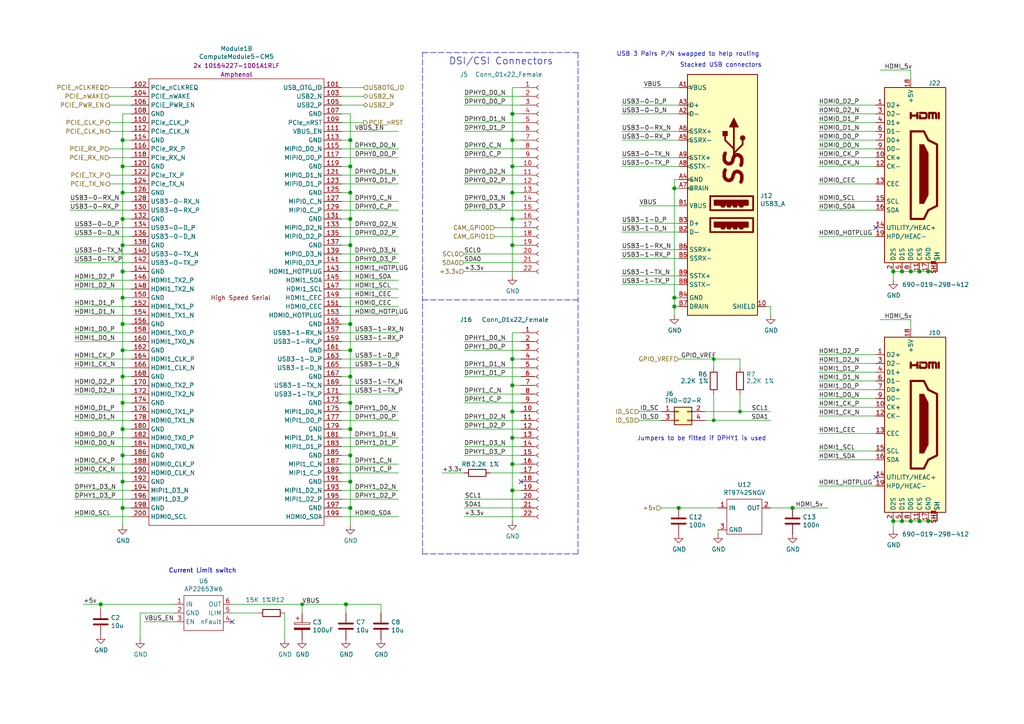
<source format=kicad_sch>
(kicad_sch (version 20231120) (generator "eeschema") (generator_version "8.0")
  (paper "A4")
  (title_block (title "Compute Module 5 IO Board - CM5 - Highspeed") (rev "1") (company "Copyright © 2024 Raspberry Pi Ltd.") (comment 1 "www.raspberrypi.com"))
  (lib_symbols
    (symbol "CM5IO:AP2553W6"
      (property "Reference" "U" (at 3.81 -6.35 0))
      (property "Value" "AP2553W6" (at -3.81 -6.35 0))
      (symbol "AP2553W6_0_0"
        (pin power_in line (at -8.89 2.54 0) (length 2.54) (name "IN") (number "1"))
        (pin power_out line (at -8.89 0 0) (length 2.54) (name "GND") (number "2"))
        (pin input line (at -8.89 -2.54 0) (length 2.54) (name "EN") (number "3"))
        (pin open_collector line (at 7.62 -2.54 180) (length 2.54) (name "nFault") (number "4"))
        (pin passive line (at 7.62 0 180) (length 2.54) (name "ILIM") (number "5"))
        (pin power_out line (at 7.62 2.54 180) (length 2.54) (name "OUT") (number "6"))
      )
    )
    (symbol "CM5IO:ComputeModule5-CM5"
      (property "Reference" "Module" (at 113.03 -68.58 0))
      (property "Value" "ComputeModule5-CM5" (at 140.97 2.54 0))
      (property "Field4" "Amphenol" (at 0 0 0))
      (property "Field5" "2x 10164227-1001A1RLF" (at 0 -2.54 0))
      (symbol "ComputeModule5-CM5_1_0"
        (text "GPIO" (at 0 6.35 0) (effects (font (size 1.27 1.27))))
      )
      (symbol "ComputeModule5-CM5_1_1"
        (text "600mA Max" (at -8.89 -53.34 0) (effects (font (size 1.27 1.27))))
        (text "600mA Max" (at -8.89 -48.26 0) (effects (font (size 1.27 1.27))))
        (text "NB SD signals are only available" (at -1.27 -27.94 0) (effects (font (size 1.27 1.27))))
        (text "on modules without eMMC" (at -1.27 -30.48 0) (effects (font (size 1.27 1.27))))
        (pin power_in line (at 27.94 55.88 180) (length 2.54) (name "GND") (number "1"))
        (pin passive line (at -33.02 45.72 0) (length 2.54) (name "Ethernet_Pair0_N") (number "10"))
        (pin passive line (at -33.02 -68.58 0) (length 2.54) (name "CAM_GPIO1") (number "100"))
        (pin passive line (at 27.94 43.18 180) (length 2.54) (name "Ethernet_Pair2_P") (number "11"))
        (pin passive line (at -33.02 43.18 0) (length 2.54) (name "Ethernet_Pair0_P") (number "12"))
        (pin power_in line (at 27.94 40.64 180) (length 2.54) (name "GND") (number "13"))
        (pin power_in line (at -33.02 40.64 0) (length 2.54) (name "GND") (number "14"))
        (pin output line (at 27.94 38.1 180) (length 2.54) (name "Ethernet_nLED3(3.3v)") (number "15"))
        (pin input line (at -33.02 38.1 0) (length 2.54) (name "FAN_TACHO") (number "16"))
        (pin output line (at 27.94 35.56 180) (length 2.54) (name "Ethernet_nLED2(3.3v)") (number "17"))
        (pin input line (at -33.02 35.56 0) (length 2.54) (name "Ethernet_SYNC_OUT(3.3v)") (number "18"))
        (pin output line (at 27.94 33.02 180) (length 2.54) (name "FAN_PWM") (number "19"))
        (pin power_in line (at -33.02 55.88 0) (length 2.54) (name "GND") (number "2"))
        (pin passive line (at -33.02 33.02 0) (length 2.54) (name "EEPROM_nWP") (number "20"))
        (pin open_collector line (at 27.94 30.48 180) (length 2.54) (name "LED_nACT") (number "21"))
        (pin power_in line (at -33.02 30.48 0) (length 2.54) (name "GND") (number "22"))
        (pin power_in line (at 27.94 27.94 180) (length 2.54) (name "GND") (number "23"))
        (pin passive line (at -33.02 27.94 0) (length 2.54) (name "GPIO26") (number "24"))
        (pin passive line (at 27.94 25.4 180) (length 2.54) (name "GPIO21") (number "25"))
        (pin passive line (at -33.02 25.4 0) (length 2.54) (name "GPIO19") (number "26"))
        (pin passive line (at 27.94 22.86 180) (length 2.54) (name "GPIO20") (number "27"))
        (pin passive line (at -33.02 22.86 0) (length 2.54) (name "GPIO13") (number "28"))
        (pin passive line (at 27.94 20.32 180) (length 2.54) (name "GPIO16") (number "29"))
        (pin passive line (at 27.94 53.34 180) (length 2.54) (name "Ethernet_Pair3_P") (number "3"))
        (pin passive line (at -33.02 20.32 0) (length 2.54) (name "GPIO6") (number "30"))
        (pin passive line (at 27.94 17.78 180) (length 2.54) (name "GPIO12") (number "31"))
        (pin power_in line (at -33.02 17.78 0) (length 2.54) (name "GND") (number "32"))
        (pin power_in line (at 27.94 15.24 180) (length 2.54) (name "GND") (number "33"))
        (pin passive line (at -33.02 15.24 0) (length 2.54) (name "GPIO5") (number "34"))
        (pin passive line (at 27.94 12.7 180) (length 2.54) (name "ID_SC") (number "35"))
        (pin passive line (at -33.02 12.7 0) (length 2.54) (name "ID_SD") (number "36"))
        (pin passive line (at 27.94 10.16 180) (length 2.54) (name "GPIO7") (number "37"))
        (pin passive line (at -33.02 10.16 0) (length 2.54) (name "GPIO11") (number "38"))
        (pin passive line (at 27.94 7.62 180) (length 2.54) (name "GPIO8") (number "39"))
        (pin passive line (at -33.02 53.34 0) (length 2.54) (name "Ethernet_Pair1_P") (number "4"))
        (pin passive line (at -33.02 7.62 0) (length 2.54) (name "GPIO9") (number "40"))
        (pin passive line (at 27.94 5.08 180) (length 2.54) (name "GPIO25") (number "41"))
        (pin power_in line (at -33.02 5.08 0) (length 2.54) (name "GND") (number "42"))
        (pin power_in line (at 27.94 2.54 180) (length 2.54) (name "GND") (number "43"))
        (pin passive line (at -33.02 2.54 0) (length 2.54) (name "GPIO10") (number "44"))
        (pin passive line (at 27.94 0 180) (length 2.54) (name "GPIO24") (number "45"))
        (pin passive line (at -33.02 0 0) (length 2.54) (name "GPIO22") (number "46"))
        (pin passive line (at 27.94 -2.54 180) (length 2.54) (name "GPIO23") (number "47"))
        (pin passive line (at -33.02 -2.54 0) (length 2.54) (name "GPIO27") (number "48"))
        (pin passive line (at 27.94 -5.08 180) (length 2.54) (name "GPIO18") (number "49"))
        (pin passive line (at 27.94 50.8 180) (length 2.54) (name "Ethernet_Pair3_N") (number "5"))
        (pin passive line (at -33.02 -5.08 0) (length 2.54) (name "GPIO17") (number "50"))
        (pin passive line (at 27.94 -7.62 180) (length 2.54) (name "GPIO15") (number "51"))
        (pin power_in line (at -33.02 -7.62 0) (length 2.54) (name "GND") (number "52"))
        (pin power_in line (at 27.94 -10.16 180) (length 2.54) (name "GND") (number "53"))
        (pin passive line (at -33.02 -10.16 0) (length 2.54) (name "GPIO4") (number "54"))
        (pin passive line (at 27.94 -12.7 180) (length 2.54) (name "GPIO14") (number "55"))
        (pin passive line (at -33.02 -12.7 0) (length 2.54) (name "GPIO3") (number "56"))
        (pin passive line (at 27.94 -15.24 180) (length 2.54) (name "SD_CLK") (number "57"))
        (pin passive line (at -33.02 -15.24 0) (length 2.54) (name "GPIO2") (number "58"))
        (pin power_in line (at 27.94 -17.78 180) (length 2.54) (name "GND") (number "59"))
        (pin passive line (at -33.02 50.8 0) (length 2.54) (name "Ethernet_Pair1_N") (number "6"))
        (pin power_in line (at -33.02 -17.78 0) (length 2.54) (name "GND") (number "60"))
        (pin passive line (at 27.94 -20.32 180) (length 2.54) (name "SD_DAT3") (number "61"))
        (pin passive line (at -33.02 -20.32 0) (length 2.54) (name "SD_CMD") (number "62"))
        (pin passive line (at 27.94 -22.86 180) (length 2.54) (name "SD_DAT0") (number "63"))
        (pin passive line (at -33.02 -22.86 0) (length 2.54) (name "SD_DAT5") (number "64"))
        (pin power_in line (at 27.94 -25.4 180) (length 2.54) (name "GND") (number "65"))
        (pin power_in line (at -33.02 -25.4 0) (length 2.54) (name "GND") (number "66"))
        (pin passive line (at 27.94 -27.94 180) (length 2.54) (name "SD_DAT1") (number "67"))
        (pin passive line (at -33.02 -27.94 0) (length 2.54) (name "SD_DAT4") (number "68"))
        (pin passive line (at 27.94 -30.48 180) (length 2.54) (name "SD_DAT2") (number "69"))
        (pin power_in line (at 27.94 48.26 180) (length 2.54) (name "GND") (number "7"))
        (pin passive line (at -33.02 -30.48 0) (length 2.54) (name "SD_DAT7") (number "70"))
        (pin power_in line (at 27.94 -33.02 180) (length 2.54) (name "GND") (number "71"))
        (pin passive line (at -33.02 -33.02 0) (length 2.54) (name "SD_DAT6") (number "72"))
        (pin input line (at 27.94 -35.56 180) (length 2.54) (name "SD_VDD_Override") (number "73"))
        (pin power_in line (at -33.02 -35.56 0) (length 2.54) (name "GND") (number "74"))
        (pin output line (at 27.94 -38.1 180) (length 2.54) (name "SD_PWR_ON") (number "75"))
        (pin passive line (at -33.02 -38.1 0) (length 2.54) (name "VBAT") (number "76"))
        (pin power_in line (at 27.94 -40.64 180) (length 2.54) (name "+5v_(Input)") (number "77"))
        (pin power_in line (at -33.02 -40.64 0) (length 2.54) (name "GPIO_VREF(1.8v/3.3v_Input)") (number "78"))
        (pin power_in line (at 27.94 -43.18 180) (length 2.54) (name "+5v_(Input)") (number "79"))
        (pin power_in line (at -33.02 48.26 0) (length 2.54) (name "GND") (number "8"))
        (pin passive line (at -33.02 -43.18 0) (length 2.54) (name "SCL0") (number "80"))
        (pin power_in line (at 27.94 -45.72 180) (length 2.54) (name "+5v_(Input)") (number "81"))
        (pin passive line (at -33.02 -45.72 0) (length 2.54) (name "SDA0") (number "82"))
        (pin power_in line (at 27.94 -48.26 180) (length 2.54) (name "+5v_(Input)") (number "83"))
        (pin power_out line (at -33.02 -48.26 0) (length 2.54) (name "+3.3v_(Output)") (number "84"))
        (pin power_in line (at 27.94 -50.8 180) (length 2.54) (name "+5v_(Input)") (number "85"))
        (pin passive line (at -33.02 -50.8 0) (length 2.54) (name "+3.3v_(Output)") (number "86"))
        (pin power_in line (at 27.94 -53.34 180) (length 2.54) (name "+5v_(Input)") (number "87"))
        (pin power_out line (at -33.02 -53.34 0) (length 2.54) (name "+1.8v_(Output)") (number "88"))
        (pin input line (at 27.94 -55.88 180) (length 2.54) (name "WiFi_nDisable") (number "89"))
        (pin passive line (at 27.94 45.72 180) (length 2.54) (name "Ethernet_Pair2_N") (number "9"))
        (pin passive line (at -33.02 -55.88 0) (length 2.54) (name "+1.8v_(Output)") (number "90"))
        (pin input line (at 27.94 -58.42 180) (length 2.54) (name "BT_nDisable") (number "91"))
        (pin passive line (at -33.02 -58.42 0) (length 2.54) (name "PWR_BUT") (number "92"))
        (pin input line (at 27.94 -60.96 180) (length 2.54) (name "nRPIBOOT") (number "93"))
        (pin passive line (at -33.02 -60.96 0) (length 2.54) (name "CC1") (number "94"))
        (pin output line (at 27.94 -63.5 180) (length 2.54) (name "LED_nPWR") (number "95"))
        (pin passive line (at -33.02 -63.5 0) (length 2.54) (name "CC2") (number "96"))
        (pin passive line (at 27.94 -66.04 180) (length 2.54) (name "CAM_GPIO0") (number "97"))
        (pin power_in line (at -33.02 -66.04 0) (length 2.54) (name "GND") (number "98"))
        (pin input line (at 27.94 -68.58 180) (length 2.54) (name "PMIC_ENABLE") (number "99"))
      )
      (symbol "ComputeModule5-CM5_2_1"
        (text "High Speed Serial" (at 140.97 0 0) (effects (font (size 1.27 1.27))))
        (pin input line (at 170.18 60.96 180) (length 5.08) (name "USB_OTG_ID") (number "101"))
        (pin input line (at 109.22 60.96 0) (length 5.08) (name "PCIe_nCLKREQ") (number "102"))
        (pin passive line (at 170.18 58.42 180) (length 5.08) (name "USB2_N") (number "103"))
        (pin input line (at 109.22 58.42 0) (length 5.08) (name "PCIE_nWAKE") (number "104"))
        (pin passive line (at 170.18 55.88 180) (length 5.08) (name "USB2_P") (number "105"))
        (pin output line (at 109.22 55.88 0) (length 5.08) (name "PCIE_PWR_EN") (number "106"))
        (pin power_in line (at 170.18 53.34 180) (length 5.08) (name "GND") (number "107"))
        (pin power_in line (at 109.22 53.34 0) (length 5.08) (name "GND") (number "108"))
        (pin output line (at 170.18 50.8 180) (length 5.08) (name "PCIe_nRST") (number "109"))
        (pin output line (at 109.22 50.8 0) (length 5.08) (name "PCIe_CLK_P") (number "110"))
        (pin output line (at 170.18 48.26 180) (length 5.08) (name "VBUS_EN") (number "111"))
        (pin output line (at 109.22 48.26 0) (length 5.08) (name "PCIe_CLK_N") (number "112"))
        (pin power_in line (at 170.18 45.72 180) (length 5.08) (name "GND") (number "113"))
        (pin power_in line (at 109.22 45.72 0) (length 5.08) (name "GND") (number "114"))
        (pin input line (at 170.18 43.18 180) (length 5.08) (name "MIPI0_D0_N") (number "115"))
        (pin input line (at 109.22 43.18 0) (length 5.08) (name "PCIe_RX_P") (number "116"))
        (pin input line (at 170.18 40.64 180) (length 5.08) (name "MIPI0_D0_P") (number "117"))
        (pin input line (at 109.22 40.64 0) (length 5.08) (name "PCIe_RX_N") (number "118"))
        (pin power_in line (at 170.18 38.1 180) (length 5.08) (name "GND") (number "119"))
        (pin power_in line (at 109.22 38.1 0) (length 5.08) (name "GND") (number "120"))
        (pin input line (at 170.18 35.56 180) (length 5.08) (name "MIPI0_D1_N") (number "121"))
        (pin output line (at 109.22 35.56 0) (length 5.08) (name "PCIe_TX_P") (number "122"))
        (pin input line (at 170.18 33.02 180) (length 5.08) (name "MIPI0_D1_P") (number "123"))
        (pin output line (at 109.22 33.02 0) (length 5.08) (name "PCIe_TX_N") (number "124"))
        (pin power_in line (at 170.18 30.48 180) (length 5.08) (name "GND") (number "125"))
        (pin power_in line (at 109.22 30.48 0) (length 5.08) (name "GND") (number "126"))
        (pin input line (at 170.18 27.94 180) (length 5.08) (name "MIPI0_C_N") (number "127"))
        (pin input line (at 109.22 27.94 0) (length 5.08) (name "USB3-0-RX_N") (number "128"))
        (pin input line (at 170.18 25.4 180) (length 5.08) (name "MIPI0_C_P") (number "129"))
        (pin input line (at 109.22 25.4 0) (length 5.08) (name "USB3-0-RX_P") (number "130"))
        (pin power_in line (at 170.18 22.86 180) (length 5.08) (name "GND") (number "131"))
        (pin power_in line (at 109.22 22.86 0) (length 5.08) (name "GND") (number "132"))
        (pin input line (at 170.18 20.32 180) (length 5.08) (name "MIPI0_D2_N") (number "133"))
        (pin passive line (at 109.22 20.32 0) (length 5.08) (name "USB3-0-D_P") (number "134"))
        (pin input line (at 170.18 17.78 180) (length 5.08) (name "MIPI0_D2_P") (number "135"))
        (pin passive line (at 109.22 17.78 0) (length 5.08) (name "USB3-0-D_N") (number "136"))
        (pin power_in line (at 170.18 15.24 180) (length 5.08) (name "GND") (number "137"))
        (pin power_in line (at 109.22 15.24 0) (length 5.08) (name "GND") (number "138"))
        (pin input line (at 170.18 12.7 180) (length 5.08) (name "MIPI0_D3_N") (number "139"))
        (pin output line (at 109.22 12.7 0) (length 5.08) (name "USB3-0-TX_N") (number "140"))
        (pin input line (at 170.18 10.16 180) (length 5.08) (name "MIPI0_D3_P") (number "141"))
        (pin output line (at 109.22 10.16 0) (length 5.08) (name "USB3-0-TX_P") (number "142"))
        (pin input line (at 170.18 7.62 180) (length 5.08) (name "HDMI1_HOTPLUG") (number "143"))
        (pin power_in line (at 109.22 7.62 0) (length 5.08) (name "GND") (number "144"))
        (pin bidirectional line (at 170.18 5.08 180) (length 5.08) (name "HDMI1_SDA") (number "145"))
        (pin output line (at 109.22 5.08 0) (length 5.08) (name "HDMI1_TX2_P") (number "146"))
        (pin open_collector line (at 170.18 2.54 180) (length 5.08) (name "HDMI1_SCL") (number "147"))
        (pin output line (at 109.22 2.54 0) (length 5.08) (name "HDMI1_TX2_N") (number "148"))
        (pin open_collector line (at 170.18 0 180) (length 5.08) (name "HDMI1_CEC") (number "149"))
        (pin power_in line (at 109.22 0 0) (length 5.08) (name "GND") (number "150"))
        (pin open_collector line (at 170.18 -2.54 180) (length 5.08) (name "HDMI0_CEC") (number "151"))
        (pin output line (at 109.22 -2.54 0) (length 5.08) (name "HDMI1_TX1_P") (number "152"))
        (pin input line (at 170.18 -5.08 180) (length 5.08) (name "HDMI0_HOTPLUG") (number "153"))
        (pin output line (at 109.22 -5.08 0) (length 5.08) (name "HDMI1_TX1_N") (number "154"))
        (pin power_in line (at 170.18 -7.62 180) (length 5.08) (name "GND") (number "155"))
        (pin power_in line (at 109.22 -7.62 0) (length 5.08) (name "GND") (number "156"))
        (pin input line (at 170.18 -10.16 180) (length 5.08) (name "USB3-1-RX_N") (number "157"))
        (pin output line (at 109.22 -10.16 0) (length 5.08) (name "HDMI1_TX0_P") (number "158"))
        (pin input line (at 170.18 -12.7 180) (length 5.08) (name "USB3-1-RX_P") (number "159"))
        (pin output line (at 109.22 -12.7 0) (length 5.08) (name "HDMI1_TX0_N") (number "160"))
        (pin power_in line (at 170.18 -15.24 180) (length 5.08) (name "GND") (number "161"))
        (pin power_in line (at 109.22 -15.24 0) (length 5.08) (name "GND") (number "162"))
        (pin passive line (at 170.18 -17.78 180) (length 5.08) (name "USB3-1-D_P") (number "163"))
        (pin output line (at 109.22 -17.78 0) (length 5.08) (name "HDMI1_CLK_P") (number "164"))
        (pin passive line (at 170.18 -20.32 180) (length 5.08) (name "USB3-1-D_N") (number "165"))
        (pin output line (at 109.22 -20.32 0) (length 5.08) (name "HDMI1_CLK_N") (number "166"))
        (pin power_in line (at 170.18 -22.86 180) (length 5.08) (name "GND") (number "167"))
        (pin power_in line (at 109.22 -22.86 0) (length 5.08) (name "GND") (number "168"))
        (pin output line (at 170.18 -25.4 180) (length 5.08) (name "USB3-1-TX_N") (number "169"))
        (pin output line (at 109.22 -25.4 0) (length 5.08) (name "HDMI0_TX2_P") (number "170"))
        (pin output line (at 170.18 -27.94 180) (length 5.08) (name "USB3-1-TX_P") (number "171"))
        (pin output line (at 109.22 -27.94 0) (length 5.08) (name "HDMI0_TX2_N") (number "172"))
        (pin power_in line (at 170.18 -30.48 180) (length 5.08) (name "GND") (number "173"))
        (pin power_in line (at 109.22 -30.48 0) (length 5.08) (name "GND") (number "174"))
        (pin output line (at 170.18 -33.02 180) (length 5.08) (name "MIPI1_D0_N") (number "175"))
        (pin output line (at 109.22 -33.02 0) (length 5.08) (name "HDMI0_TX1_P") (number "176"))
        (pin output line (at 170.18 -35.56 180) (length 5.08) (name "MIPI1_D0_P") (number "177"))
        (pin output line (at 109.22 -35.56 0) (length 5.08) (name "HDMI0_TX1_N") (number "178"))
        (pin power_in line (at 170.18 -38.1 180) (length 5.08) (name "GND") (number "179"))
        (pin power_in line (at 109.22 -38.1 0) (length 5.08) (name "GND") (number "180"))
        (pin output line (at 170.18 -40.64 180) (length 5.08) (name "MIPI1_D1_N") (number "181"))
        (pin output line (at 109.22 -40.64 0) (length 5.08) (name "HDMI0_TX0_P") (number "182"))
        (pin output line (at 170.18 -43.18 180) (length 5.08) (name "MIPI1_D1_P") (number "183"))
        (pin output line (at 109.22 -43.18 0) (length 5.08) (name "HDMI0_TX0_N") (number "184"))
        (pin power_in line (at 170.18 -45.72 180) (length 5.08) (name "GND") (number "185"))
        (pin power_in line (at 109.22 -45.72 0) (length 5.08) (name "GND") (number "186"))
        (pin output line (at 170.18 -48.26 180) (length 5.08) (name "MIPI1_C_N") (number "187"))
        (pin output line (at 109.22 -48.26 0) (length 5.08) (name "HDMI0_CLK_P") (number "188"))
        (pin output line (at 170.18 -50.8 180) (length 5.08) (name "MIPI1_C_P") (number "189"))
        (pin output line (at 109.22 -50.8 0) (length 5.08) (name "HDMI0_CLK_N") (number "190"))
        (pin power_in line (at 170.18 -53.34 180) (length 5.08) (name "GND") (number "191"))
        (pin power_in line (at 109.22 -53.34 0) (length 5.08) (name "GND") (number "192"))
        (pin output line (at 170.18 -55.88 180) (length 5.08) (name "MIPI1_D2_N") (number "193"))
        (pin output line (at 109.22 -55.88 0) (length 5.08) (name "MIPI1_D3_N") (number "194"))
        (pin output line (at 170.18 -58.42 180) (length 5.08) (name "MIPI1_D2_P") (number "195"))
        (pin output line (at 109.22 -58.42 0) (length 5.08) (name "MIPI1_D3_P") (number "196"))
        (pin power_in line (at 170.18 -60.96 180) (length 5.08) (name "GND") (number "197"))
        (pin power_in line (at 109.22 -60.96 0) (length 5.08) (name "GND") (number "198"))
        (pin bidirectional line (at 170.18 -63.5 180) (length 5.08) (name "HDMI0_SDA") (number "199"))
        (pin open_collector line (at 109.22 -63.5 0) (length 5.08) (name "HDMI0_SCL") (number "200"))
      )
    )
    (symbol "CM5IO:HDMI_A_1.4"
      (property "Reference" "J" (at -6.35 26.67 0))
      (property "Value" "HDMI_A_1.4" (at 10.16 26.67 0))
      (symbol "HDMI_A_1.4_0_0"
        (pin passive line (at 7.62 -27.94 90) (length 2.54) (name "SH") (number "SH2"))
        (pin passive line (at 7.62 -27.94 90) (length 2.54) (name "SH") (number "SH3"))
        (pin passive line (at 7.62 -27.94 90) (length 2.54) (name "SH") (number "SH4"))
      )
      (symbol "HDMI_A_1.4_1_1"
        (pin passive line (at -10.16 20.32 0) (length 2.54) (name "D2+") (number "1"))
        (pin passive line (at -10.16 5.08 0) (length 2.54) (name "CK+") (number "10"))
        (pin power_in line (at 2.54 -27.94 90) (length 2.54) (name "CKS") (number "11"))
        (pin passive line (at -10.16 2.54 0) (length 2.54) (name "CK-") (number "12"))
        (pin bidirectional line (at -10.16 -2.54 0) (length 2.54) (name "CEC") (number "13"))
        (pin passive line (at -10.16 -15.24 0) (length 2.54) (name "UTILITY/HEAC+") (number "14"))
        (pin passive line (at -10.16 -7.62 0) (length 2.54) (name "SCL") (number "15"))
        (pin bidirectional line (at -10.16 -10.16 0) (length 2.54) (name "SDA") (number "16"))
        (pin power_in line (at 5.08 -27.94 90) (length 2.54) (name "GND") (number "17"))
        (pin power_in line (at 0 27.94 270) (length 2.54) (name "+5V") (number "18"))
        (pin passive line (at -10.16 -17.78 0) (length 2.54) (name "HPD/HEAC-") (number "19"))
        (pin power_in line (at -5.08 -27.94 90) (length 2.54) (name "D2S") (number "2"))
        (pin passive line (at -10.16 17.78 0) (length 2.54) (name "D2-") (number "3"))
        (pin passive line (at -10.16 15.24 0) (length 2.54) (name "D1+") (number "4"))
        (pin power_in line (at -2.54 -27.94 90) (length 2.54) (name "D1S") (number "5"))
        (pin passive line (at -10.16 12.7 0) (length 2.54) (name "D1-") (number "6"))
        (pin passive line (at -10.16 10.16 0) (length 2.54) (name "D0+") (number "7"))
        (pin power_in line (at 0 -27.94 90) (length 2.54) (name "D0S") (number "8"))
        (pin passive line (at -10.16 7.62 0) (length 2.54) (name "D0-") (number "9"))
        (pin passive line (at 7.62 -27.94 90) (length 2.54) (name "SH") (number "SH1"))
      )
    )
    (symbol "CM5IO:RT9742SNGV"
      (property "Reference" "U" (at -2.54 7.62 0))
      (property "Value" "RT9742SNGV" (at 3.81 -5.08 0))
      (symbol "RT9742SNGV_1_1"
        (pin power_in line (at -5.08 3.81 0) (length 2.54) (name "IN") (number "1"))
        (pin power_out line (at 10.16 3.81 180) (length 2.54) (name "OUT") (number "2"))
        (pin power_in line (at -5.08 -2.54 0) (length 2.54) (name "GND") (number "3"))
      )
    )
    (symbol "CM5IO:USB3_A"
      (property "Reference" "J" (at -10.16 33.02 0))
      (property "Value" "USB3_A" (at 10.16 33.02 0))
      (symbol "USB3_A_1_1"
        (text "SS" (at 4.572 3.175 900) (effects (font (size 5.08 5.08) (bold yes) (italic yes))))
        (pin passive line (at 13.97 -36.83 180) (length 2.54) (name "SHIELD") (number "10"))
        (pin power_in line (at -11.43 26.67 0) (length 2.54) (name "VBUS") (number "A1"))
        (pin bidirectional line (at -11.43 19.05 0) (length 2.54) (name "D-") (number "A2"))
        (pin bidirectional line (at -11.43 21.59 0) (length 2.54) (name "D+") (number "A3"))
        (pin power_in line (at -11.43 0 0) (length 2.54) (name "GND") (number "A4"))
        (pin bidirectional line (at -11.43 11.43 0) (length 2.54) (name "SSRX-") (number "A5"))
        (pin bidirectional line (at -11.43 13.97 0) (length 2.54) (name "SSRX+") (number "A6"))
        (pin power_in line (at -11.43 -2.54 0) (length 2.54) (name "DRAIN") (number "A7"))
        (pin bidirectional line (at -11.43 3.81 0) (length 2.54) (name "SSTX-") (number "A8"))
        (pin bidirectional line (at -11.43 6.35 0) (length 2.54) (name "SSTX+") (number "A9"))
        (pin power_in line (at -11.43 -7.62 0) (length 2.54) (name "VBUS") (number "B1"))
        (pin bidirectional line (at -11.43 -15.24 0) (length 2.54) (name "D-") (number "B2"))
        (pin bidirectional line (at -11.43 -12.7 0) (length 2.54) (name "D+") (number "B3"))
        (pin power_in line (at -11.43 -34.29 0) (length 2.54) (name "GND") (number "B4"))
        (pin bidirectional line (at -11.43 -22.86 0) (length 2.54) (name "SSRX-") (number "B5"))
        (pin bidirectional line (at -11.43 -20.32 0) (length 2.54) (name "SSRX+") (number "B6"))
        (pin power_in line (at -11.43 -36.83 0) (length 2.54) (name "DRAIN") (number "B7"))
        (pin bidirectional line (at -11.43 -30.48 0) (length 2.54) (name "SSTX-") (number "B8"))
        (pin bidirectional line (at -11.43 -27.94 0) (length 2.54) (name "SSTX+") (number "B9"))
      )
    )
    (symbol "Connector:Conn_01x22_Socket" (pin_names (offset 1.016) hide)
      (property "Reference" "J" (at 0 27.94 0))
      (property "Value" "Conn_01x22_Socket" (at 0 -30.48 0))
      (symbol "Conn_01x22_Socket_1_1"
        (pin passive line (at -5.08 25.4 0) (length 3.81) (name "Pin_1") (number "1"))
        (pin passive line (at -5.08 2.54 0) (length 3.81) (name "Pin_10") (number "10"))
        (pin passive line (at -5.08 0 0) (length 3.81) (name "Pin_11") (number "11"))
        (pin passive line (at -5.08 -2.54 0) (length 3.81) (name "Pin_12") (number "12"))
        (pin passive line (at -5.08 -5.08 0) (length 3.81) (name "Pin_13") (number "13"))
        (pin passive line (at -5.08 -7.62 0) (length 3.81) (name "Pin_14") (number "14"))
        (pin passive line (at -5.08 -10.16 0) (length 3.81) (name "Pin_15") (number "15"))
        (pin passive line (at -5.08 -12.7 0) (length 3.81) (name "Pin_16") (number "16"))
        (pin passive line (at -5.08 -15.24 0) (length 3.81) (name "Pin_17") (number "17"))
        (pin passive line (at -5.08 -17.78 0) (length 3.81) (name "Pin_18") (number "18"))
        (pin passive line (at -5.08 -20.32 0) (length 3.81) (name "Pin_19") (number "19"))
        (pin passive line (at -5.08 22.86 0) (length 3.81) (name "Pin_2") (number "2"))
        (pin passive line (at -5.08 -22.86 0) (length 3.81) (name "Pin_20") (number "20"))
        (pin passive line (at -5.08 -25.4 0) (length 3.81) (name "Pin_21") (number "21"))
        (pin passive line (at -5.08 -27.94 0) (length 3.81) (name "Pin_22") (number "22"))
        (pin passive line (at -5.08 20.32 0) (length 3.81) (name "Pin_3") (number "3"))
        (pin passive line (at -5.08 17.78 0) (length 3.81) (name "Pin_4") (number "4"))
        (pin passive line (at -5.08 15.24 0) (length 3.81) (name "Pin_5") (number "5"))
        (pin passive line (at -5.08 12.7 0) (length 3.81) (name "Pin_6") (number "6"))
        (pin passive line (at -5.08 10.16 0) (length 3.81) (name "Pin_7") (number "7"))
        (pin passive line (at -5.08 7.62 0) (length 3.81) (name "Pin_8") (number "8"))
        (pin passive line (at -5.08 5.08 0) (length 3.81) (name "Pin_9") (number "9"))
      )
    )
    (symbol "Connector_Generic:Conn_02x02_Odd_Even" (pin_names (offset 1.016) hide)
      (property "Reference" "J" (at 1.27 2.54 0))
      (property "Value" "Conn_02x02_Odd_Even" (at 1.27 -5.08 0))
      (symbol "Conn_02x02_Odd_Even_1_1"
        (pin passive line (at -5.08 0 0) (length 3.81) (name "Pin_1") (number "1"))
        (pin passive line (at 7.62 0 180) (length 3.81) (name "Pin_2") (number "2"))
        (pin passive line (at -5.08 -2.54 0) (length 3.81) (name "Pin_3") (number "3"))
        (pin passive line (at 7.62 -2.54 180) (length 3.81) (name "Pin_4") (number "4"))
      )
    )
    (symbol "Device:C" (pin_numbers hide) (pin_names (offset 0.254))
      (property "Reference" "C" (at 0.635 2.54 0))
      (property "Value" "C" (at 0.635 -2.54 0))
      (symbol "C_1_1"
        (pin passive line (at 0 3.81 270) (length 2.794) (name "~") (number "1"))
        (pin passive line (at 0 -3.81 90) (length 2.794) (name "~") (number "2"))
      )
    )
    (symbol "Device:C_Polarized" (pin_numbers hide) (pin_names (offset 0.254))
      (property "Reference" "C" (at 0.635 2.54 0))
      (property "Value" "C_Polarized" (at 0.635 -2.54 0))
      (symbol "C_Polarized_1_1"
        (pin passive line (at 0 3.81 270) (length 2.794) (name "~") (number "1"))
        (pin passive line (at 0 -3.81 90) (length 2.794) (name "~") (number "2"))
      )
    )
    (symbol "Device:R" (pin_numbers hide) (pin_names (offset 0))
      (property "Reference" "R" (at 2.032 0 90))
      (property "Value" "R" (at 0 0 90))
      (symbol "R_1_1"
        (pin passive line (at 0 3.81 270) (length 1.27) (name "~") (number "1"))
        (pin passive line (at 0 -3.81 90) (length 1.27) (name "~") (number "2"))
      )
    )
    (symbol "power:GND" (power) (pin_numbers hide) (pin_names (offset 0) hide)
      (property "Value" "GND" (at 0 -3.81 0))
      (symbol "GND_1_1"
        (pin power_in line (at 0 0 270) (length 0) (name "~") (number "1"))
      )
    )
  )
  (junction (at 148.59 33.02) (diameter 1.016))
  (junction (at 207.01 104.14))
  (junction (at 35.56 147.32) (diameter 1.016))
  (junction (at 35.56 132.08) (diameter 1.016))
  (junction (at 148.59 119.38) (diameter 1.016))
  (junction (at 101.6 132.08) (diameter 1.016))
  (junction (at 35.56 71.12) (diameter 1.016))
  (junction (at 101.6 55.88) (diameter 1.016))
  (junction (at 100.33 175.26) (diameter 1.016))
  (junction (at 195.58 54.61) (diameter 1.016))
  (junction (at 266.7 78.74) (diameter 1.016))
  (junction (at 148.59 142.24) (diameter 1.016))
  (junction (at 148.59 134.62) (diameter 1.016))
  (junction (at 101.6 147.32) (diameter 1.016))
  (junction (at 35.56 40.64) (diameter 1.016))
  (junction (at 148.59 104.14) (diameter 1.016))
  (junction (at 101.6 40.64) (diameter 1.016))
  (junction (at 148.59 55.88) (diameter 1.016))
  (junction (at 35.56 55.88) (diameter 1.016))
  (junction (at 101.6 101.6) (diameter 1.016))
  (junction (at 196.85 147.32) (diameter 1.016))
  (junction (at 101.6 124.46) (diameter 1.016))
  (junction (at 269.24 78.74) (diameter 1.016))
  (junction (at 148.59 48.26) (diameter 1.016))
  (junction (at 214.63 119.38))
  (junction (at 35.56 78.74) (diameter 1.016))
  (junction (at 101.6 116.84) (diameter 1.016))
  (junction (at 148.59 127) (diameter 1.016))
  (junction (at 35.56 48.26) (diameter 1.016))
  (junction (at 266.7 151.13) (diameter 1.016))
  (junction (at 101.6 63.5) (diameter 1.016))
  (junction (at 259.08 78.74) (diameter 1.016))
  (junction (at 29.21 175.26) (diameter 1.016))
  (junction (at 207.01 121.92))
  (junction (at 261.62 151.13) (diameter 1.016))
  (junction (at 101.6 48.26) (diameter 1.016))
  (junction (at 35.56 139.7) (diameter 1.016))
  (junction (at 101.6 139.7) (diameter 1.016))
  (junction (at 148.59 63.5) (diameter 1.016))
  (junction (at 101.6 93.98) (diameter 1.016))
  (junction (at 35.56 101.6) (diameter 1.016))
  (junction (at 261.62 78.74) (diameter 1.016))
  (junction (at 259.08 151.13) (diameter 1.016))
  (junction (at 195.58 86.36) (diameter 1.016))
  (junction (at 35.56 116.84) (diameter 1.016))
  (junction (at 35.56 86.36) (diameter 1.016))
  (junction (at 264.16 151.13) (diameter 1.016))
  (junction (at 101.6 71.12) (diameter 1.016))
  (junction (at 101.6 109.22) (diameter 1.016))
  (junction (at 35.56 63.5) (diameter 1.016))
  (junction (at 229.87 147.32) (diameter 1.016))
  (junction (at 264.16 78.74) (diameter 1.016))
  (junction (at 148.59 111.76) (diameter 1.016))
  (junction (at 87.63 175.26))
  (junction (at 35.56 93.98) (diameter 1.016))
  (junction (at 269.24 151.13) (diameter 1.016))
  (junction (at 148.59 40.64) (diameter 1.016))
  (junction (at 195.58 88.9) (diameter 1.016))
  (junction (at 148.59 71.12) (diameter 1.016))
  (junction (at 35.56 124.46) (diameter 1.016))
  (junction (at 35.56 109.22) (diameter 1.016))
  (no_connect (at 67.31 180.34))
  (no_connect (at 254 66.04))
  (no_connect (at 151.13 139.7))
  (no_connect (at 254 138.43))
  (wire (pts (xy 134.62 109.22) (xy 151.13 109.22)))
  (wire (pts (xy 180.34 67.31) (xy 196.85 67.31)))
  (wire (pts (xy 99.06 144.78) (xy 115.57 144.78)))
  (wire (pts (xy 237.49 107.95) (xy 254 107.95)))
  (wire (pts (xy 21.59 111.76) (xy 38.1 111.76)))
  (wire (pts (xy 21.59 142.24) (xy 38.1 142.24)))
  (wire (pts (xy 261.62 78.74) (xy 264.16 78.74)))
  (wire (pts (xy 24.13 175.26) (xy 29.21 175.26)))
  (wire (pts (xy 148.59 40.64) (xy 148.59 48.26)))
  (wire (pts (xy 99.06 38.1) (xy 115.57 38.1)))
  (wire (pts (xy 35.56 63.5) (xy 35.56 71.12)))
  (wire (pts (xy 35.56 139.7) (xy 35.56 147.32)))
  (wire (pts (xy 196.85 52.07) (xy 195.58 52.07)))
  (wire (pts (xy 67.31 177.8) (xy 74.93 177.8)))
  (wire (pts (xy 35.56 33.02) (xy 35.56 40.64)))
  (wire (pts (xy 35.56 86.36) (xy 35.56 93.98)))
  (wire (pts (xy 237.49 68.58) (xy 254 68.58)))
  (wire (pts (xy 21.59 119.38) (xy 38.1 119.38)))
  (wire (pts (xy 35.56 71.12) (xy 35.56 78.74)))
  (wire (pts (xy 35.56 101.6) (xy 35.56 109.22)))
  (wire (pts (xy 101.6 48.26) (xy 101.6 40.64)))
  (wire (pts (xy 134.62 132.08) (xy 151.13 132.08)))
  (wire (pts (xy 99.06 30.48) (xy 105.41 30.48)))
  (wire (pts (xy 35.56 86.36) (xy 38.1 86.36)))
  (wire (pts (xy 148.59 104.14) (xy 148.59 111.76)))
  (wire (pts (xy 148.59 63.5) (xy 151.13 63.5)))
  (wire (pts (xy 148.59 33.02) (xy 148.59 40.64)))
  (wire (pts (xy 35.56 109.22) (xy 35.56 116.84)))
  (wire (pts (xy 35.56 48.26) (xy 35.56 55.88)))
  (wire (pts (xy 35.56 132.08) (xy 38.1 132.08)))
  (wire (pts (xy 101.6 71.12) (xy 101.6 63.5)))
  (wire (pts (xy 196.85 147.32) (xy 208.28 147.32)))
  (wire (pts (xy 237.49 53.34) (xy 254 53.34)))
  (wire (pts (xy 99.06 119.38) (xy 115.57 119.38)))
  (wire (pts (xy 266.7 78.74) (xy 269.24 78.74)))
  (polyline (pts (xy 167.64 15.24) (xy 167.64 160.655)) (stroke (width 0) (type dash)))
  (wire (pts (xy 31.75 38.1) (xy 38.1 38.1)))
  (wire (pts (xy 35.56 109.22) (xy 38.1 109.22)))
  (wire (pts (xy 38.1 147.32) (xy 35.56 147.32)))
  (wire (pts (xy 148.59 55.88) (xy 148.59 63.5)))
  (wire (pts (xy 207.01 104.14) (xy 214.63 104.14)))
  (wire (pts (xy 99.06 101.6) (xy 101.6 101.6)))
  (wire (pts (xy 223.52 147.32) (xy 229.87 147.32)))
  (wire (pts (xy 148.59 48.26) (xy 151.13 48.26)))
  (wire (pts (xy 35.56 55.88) (xy 35.56 63.5)))
  (wire (pts (xy 196.85 104.14) (xy 207.01 104.14)))
  (wire (pts (xy 21.59 114.3) (xy 38.1 114.3)))
  (wire (pts (xy 237.49 60.96) (xy 254 60.96)))
  (wire (pts (xy 207.01 114.3) (xy 207.01 121.92)))
  (wire (pts (xy 31.75 27.94) (xy 38.1 27.94)))
  (wire (pts (xy 180.34 48.26) (xy 196.85 48.26)))
  (wire (pts (xy 269.24 151.13) (xy 271.78 151.13)))
  (wire (pts (xy 99.06 40.64) (xy 101.6 40.64)))
  (wire (pts (xy 134.62 99.06) (xy 151.13 99.06)))
  (wire (pts (xy 151.13 73.66) (xy 134.62 73.66)))
  (wire (pts (xy 21.59 73.66) (xy 38.1 73.66)))
  (wire (pts (xy 21.59 127) (xy 38.1 127)))
  (wire (pts (xy 21.59 66.04) (xy 38.1 66.04)))
  (wire (pts (xy 207.01 104.14) (xy 207.01 106.68)))
  (wire (pts (xy 101.6 124.46) (xy 101.6 132.08)))
  (wire (pts (xy 148.59 96.52) (xy 148.59 104.14)))
  (wire (pts (xy 40.64 177.8) (xy 40.64 185.42)))
  (wire (pts (xy 237.49 130.81) (xy 254 130.81)))
  (wire (pts (xy 99.06 149.86) (xy 115.57 149.86)))
  (wire (pts (xy 214.63 104.14) (xy 214.63 106.68)))
  (wire (pts (xy 180.34 74.93) (xy 196.85 74.93)))
  (wire (pts (xy 237.49 133.35) (xy 254 133.35)))
  (wire (pts (xy 41.91 180.34) (xy 50.8 180.34)))
  (wire (pts (xy 196.85 54.61) (xy 195.58 54.61)))
  (wire (pts (xy 237.49 43.18) (xy 254 43.18)))
  (wire (pts (xy 101.6 116.84) (xy 101.6 124.46)))
  (wire (pts (xy 134.62 114.3) (xy 151.13 114.3)))
  (wire (pts (xy 99.06 86.36) (xy 115.57 86.36)))
  (wire (pts (xy 21.59 129.54) (xy 38.1 129.54)))
  (wire (pts (xy 204.47 121.92) (xy 207.01 121.92)))
  (wire (pts (xy 99.06 78.74) (xy 115.57 78.74)))
  (wire (pts (xy 259.08 151.13) (xy 259.08 153.67)))
  (wire (pts (xy 21.59 76.2) (xy 38.1 76.2)))
  (wire (pts (xy 237.49 110.49) (xy 254 110.49)))
  (wire (pts (xy 101.6 147.32) (xy 101.6 152.4)))
  (wire (pts (xy 99.06 50.8) (xy 115.57 50.8)))
  (wire (pts (xy 100.33 177.8) (xy 100.33 175.26)))
  (wire (pts (xy 38.1 43.18) (xy 31.75 43.18)))
  (wire (pts (xy 99.06 76.2) (xy 115.57 76.2)))
  (wire (pts (xy 229.87 147.32) (xy 240.03 147.32)))
  (wire (pts (xy 31.75 30.48) (xy 38.1 30.48)))
  (wire (pts (xy 99.06 132.08) (xy 101.6 132.08)))
  (wire (pts (xy 259.08 78.74) (xy 259.08 81.28)))
  (wire (pts (xy 31.75 53.34) (xy 38.1 53.34)))
  (wire (pts (xy 148.59 119.38) (xy 148.59 127)))
  (wire (pts (xy 237.49 40.64) (xy 254 40.64)))
  (wire (pts (xy 99.06 88.9) (xy 115.57 88.9)))
  (wire (pts (xy 82.55 177.8) (xy 82.55 185.42)))
  (wire (pts (xy 208.28 153.67) (xy 208.28 154.94)))
  (wire (pts (xy 50.8 177.8) (xy 40.64 177.8)))
  (wire (pts (xy 180.34 33.02) (xy 196.85 33.02)))
  (wire (pts (xy 237.49 140.97) (xy 254 140.97)))
  (wire (pts (xy 142.24 137.16) (xy 151.13 137.16)))
  (wire (pts (xy 35.56 63.5) (xy 38.1 63.5)))
  (wire (pts (xy 180.34 40.64) (xy 196.85 40.64)))
  (wire (pts (xy 204.47 119.38) (xy 214.63 119.38)))
  (wire (pts (xy 143.51 68.58) (xy 151.13 68.58)))
  (wire (pts (xy 148.59 134.62) (xy 151.13 134.62)))
  (wire (pts (xy 99.06 48.26) (xy 101.6 48.26)))
  (wire (pts (xy 134.62 58.42) (xy 151.13 58.42)))
  (wire (pts (xy 180.34 72.39) (xy 196.85 72.39)))
  (wire (pts (xy 21.59 99.06) (xy 38.1 99.06)))
  (wire (pts (xy 134.62 35.56) (xy 151.13 35.56)))
  (wire (pts (xy 151.13 147.32) (xy 134.62 147.32)))
  (wire (pts (xy 134.62 106.68) (xy 151.13 106.68)))
  (wire (pts (xy 237.49 105.41) (xy 254 105.41)))
  (wire (pts (xy 38.1 45.72) (xy 31.75 45.72)))
  (wire (pts (xy 101.6 93.98) (xy 101.6 101.6)))
  (wire (pts (xy 134.62 53.34) (xy 151.13 53.34)))
  (wire (pts (xy 134.62 38.1) (xy 151.13 38.1)))
  (wire (pts (xy 35.56 116.84) (xy 35.56 124.46)))
  (wire (pts (xy 185.42 59.69) (xy 196.85 59.69)))
  (wire (pts (xy 21.59 83.82) (xy 38.1 83.82)))
  (wire (pts (xy 35.56 40.64) (xy 38.1 40.64)))
  (polyline (pts (xy 122.555 86.995) (xy 167.64 86.995)) (stroke (width 0) (type dash)))
  (wire (pts (xy 38.1 139.7) (xy 35.56 139.7)))
  (wire (pts (xy 180.34 38.1) (xy 196.85 38.1)))
  (wire (pts (xy 151.13 149.86) (xy 134.62 149.86)))
  (wire (pts (xy 99.06 73.66) (xy 115.57 73.66)))
  (wire (pts (xy 148.59 111.76) (xy 148.59 119.38)))
  (wire (pts (xy 67.31 175.26) (xy 87.63 175.26)))
  (wire (pts (xy 99.06 45.72) (xy 115.57 45.72)))
  (wire (pts (xy 87.63 175.26) (xy 100.33 175.26)))
  (wire (pts (xy 21.59 134.62) (xy 38.1 134.62)))
  (wire (pts (xy 29.21 175.26) (xy 50.8 175.26)))
  (wire (pts (xy 134.62 129.54) (xy 151.13 129.54)))
  (wire (pts (xy 237.49 38.1) (xy 254 38.1)))
  (wire (pts (xy 148.59 127) (xy 151.13 127)))
  (wire (pts (xy 148.59 25.4) (xy 148.59 33.02)))
  (wire (pts (xy 264.16 78.74) (xy 266.7 78.74)))
  (wire (pts (xy 35.56 124.46) (xy 38.1 124.46)))
  (wire (pts (xy 207.01 121.92) (xy 223.52 121.92)))
  (wire (pts (xy 191.77 147.32) (xy 196.85 147.32)))
  (wire (pts (xy 99.06 68.58) (xy 115.57 68.58)))
  (wire (pts (xy 99.06 55.88) (xy 101.6 55.88)))
  (wire (pts (xy 148.59 71.12) (xy 151.13 71.12)))
  (wire (pts (xy 148.59 142.24) (xy 148.59 151.13)))
  (wire (pts (xy 99.06 58.42) (xy 115.57 58.42)))
  (wire (pts (xy 148.59 119.38) (xy 151.13 119.38)))
  (wire (pts (xy 99.06 116.84) (xy 101.6 116.84)))
  (wire (pts (xy 255.27 92.71) (xy 264.16 92.71)))
  (wire (pts (xy 195.58 88.9) (xy 195.58 91.44)))
  (wire (pts (xy 99.06 93.98) (xy 101.6 93.98)))
  (wire (pts (xy 185.42 119.38) (xy 191.77 119.38)))
  (wire (pts (xy 148.59 71.12) (xy 148.59 80.01)))
  (wire (pts (xy 31.75 35.56) (xy 38.1 35.56)))
  (wire (pts (xy 101.6 139.7) (xy 101.6 147.32)))
  (wire (pts (xy 101.6 55.88) (xy 101.6 48.26)))
  (wire (pts (xy 31.75 25.4) (xy 38.1 25.4)))
  (wire (pts (xy 180.34 80.01) (xy 196.85 80.01)))
  (wire (pts (xy 148.59 134.62) (xy 148.59 142.24)))
  (wire (pts (xy 134.62 60.96) (xy 151.13 60.96)))
  (wire (pts (xy 99.06 134.62) (xy 115.57 134.62)))
  (wire (pts (xy 264.16 92.71) (xy 264.16 95.25)))
  (wire (pts (xy 237.49 113.03) (xy 254 113.03)))
  (wire (pts (xy 99.06 91.44) (xy 115.57 91.44)))
  (wire (pts (xy 259.08 151.13) (xy 261.62 151.13)))
  (wire (pts (xy 31.75 50.8) (xy 38.1 50.8)))
  (wire (pts (xy 134.62 121.92) (xy 151.13 121.92)))
  (wire (pts (xy 151.13 78.74) (xy 134.62 78.74)))
  (wire (pts (xy 99.06 66.04) (xy 115.57 66.04)))
  (wire (pts (xy 237.49 30.48) (xy 254 30.48)))
  (wire (pts (xy 21.59 88.9) (xy 38.1 88.9)))
  (wire (pts (xy 134.62 27.94) (xy 151.13 27.94)))
  (wire (pts (xy 151.13 96.52) (xy 148.59 96.52)))
  (wire (pts (xy 101.6 109.22) (xy 101.6 116.84)))
  (wire (pts (xy 222.25 88.9) (xy 223.52 88.9)))
  (wire (pts (xy 196.85 86.36) (xy 195.58 86.36)))
  (wire (pts (xy 99.06 43.18) (xy 115.57 43.18)))
  (wire (pts (xy 38.1 106.68) (xy 21.59 106.68)))
  (wire (pts (xy 35.56 93.98) (xy 38.1 93.98)))
  (wire (pts (xy 261.62 151.13) (xy 264.16 151.13)))
  (wire (pts (xy 35.56 116.84) (xy 38.1 116.84)))
  (wire (pts (xy 134.62 50.8) (xy 151.13 50.8)))
  (wire (pts (xy 99.06 63.5) (xy 101.6 63.5)))
  (wire (pts (xy 38.1 33.02) (xy 35.56 33.02)))
  (polyline (pts (xy 122.555 15.24) (xy 168.148 15.24)) (stroke (width 0) (type dash)))
  (wire (pts (xy 237.49 102.87) (xy 254 102.87)))
  (wire (pts (xy 21.59 144.78) (xy 38.1 144.78)))
  (wire (pts (xy 237.49 115.57) (xy 254 115.57)))
  (wire (pts (xy 99.06 142.24) (xy 115.57 142.24)))
  (wire (pts (xy 151.13 144.78) (xy 134.62 144.78)))
  (wire (pts (xy 148.59 40.64) (xy 151.13 40.64)))
  (wire (pts (xy 264.16 20.32) (xy 264.16 22.86)))
  (wire (pts (xy 100.33 175.26) (xy 110.49 175.26)))
  (wire (pts (xy 35.56 71.12) (xy 38.1 71.12)))
  (wire (pts (xy 35.56 124.46) (xy 35.56 132.08)))
  (wire (pts (xy 99.06 60.96) (xy 115.57 60.96)))
  (wire (pts (xy 99.06 127) (xy 115.57 127)))
  (wire (pts (xy 180.34 30.48) (xy 196.85 30.48)))
  (wire (pts (xy 87.63 175.26) (xy 87.63 177.8)))
  (wire (pts (xy 214.63 119.38) (xy 223.52 119.38)))
  (wire (pts (xy 35.56 101.6) (xy 38.1 101.6)))
  (wire (pts (xy 237.49 125.73) (xy 254 125.73)))
  (wire (pts (xy 195.58 86.36) (xy 195.58 88.9)))
  (wire (pts (xy 148.59 33.02) (xy 151.13 33.02)))
  (wire (pts (xy 20.32 60.96) (xy 38.1 60.96)))
  (wire (pts (xy 269.24 78.74) (xy 271.78 78.74)))
  (wire (pts (xy 264.16 151.13) (xy 266.7 151.13)))
  (wire (pts (xy 180.34 45.72) (xy 196.85 45.72)))
  (wire (pts (xy 99.06 124.46) (xy 101.6 124.46)))
  (wire (pts (xy 237.49 120.65) (xy 254 120.65)))
  (wire (pts (xy 148.59 104.14) (xy 151.13 104.14)))
  (wire (pts (xy 35.56 55.88) (xy 38.1 55.88)))
  (wire (pts (xy 99.06 96.52) (xy 115.57 96.52)))
  (wire (pts (xy 115.57 99.06) (xy 99.06 99.06)))
  (wire (pts (xy 21.59 96.52) (xy 38.1 96.52)))
  (wire (pts (xy 21.59 149.86) (xy 38.1 149.86)))
  (wire (pts (xy 134.62 30.48) (xy 151.13 30.48)))
  (wire (pts (xy 99.06 109.22) (xy 101.6 109.22)))
  (wire (pts (xy 266.7 151.13) (xy 269.24 151.13)))
  (wire (pts (xy 151.13 25.4) (xy 148.59 25.4)))
  (wire (pts (xy 214.63 114.3) (xy 214.63 119.38)))
  (wire (pts (xy 237.49 45.72) (xy 254 45.72)))
  (wire (pts (xy 99.06 81.28) (xy 115.57 81.28)))
  (wire (pts (xy 143.51 66.04) (xy 151.13 66.04)))
  (wire (pts (xy 99.06 53.34) (xy 115.57 53.34)))
  (wire (pts (xy 259.08 78.74) (xy 261.62 78.74)))
  (wire (pts (xy 21.59 91.44) (xy 38.1 91.44)))
  (wire (pts (xy 255.27 20.32) (xy 264.16 20.32)))
  (wire (pts (xy 35.56 132.08) (xy 35.56 139.7)))
  (wire (pts (xy 134.62 101.6) (xy 151.13 101.6)))
  (wire (pts (xy 99.06 129.54) (xy 115.57 129.54)))
  (wire (pts (xy 99.06 27.94) (xy 105.41 27.94)))
  (wire (pts (xy 20.32 58.42) (xy 38.1 58.42)))
  (wire (pts (xy 101.6 40.64) (xy 101.6 33.02)))
  (wire (pts (xy 196.85 88.9) (xy 195.58 88.9)))
  (wire (pts (xy 185.42 121.92) (xy 191.77 121.92)))
  (wire (pts (xy 195.58 52.07) (xy 195.58 54.61)))
  (wire (pts (xy 128.27 137.16) (xy 134.62 137.16)))
  (wire (pts (xy 148.59 48.26) (xy 148.59 55.88)))
  (wire (pts (xy 101.6 63.5) (xy 101.6 55.88)))
  (wire (pts (xy 99.06 104.14) (xy 115.57 104.14)))
  (wire (pts (xy 21.59 104.14) (xy 38.1 104.14)))
  (wire (pts (xy 151.13 76.2) (xy 134.62 76.2)))
  (wire (pts (xy 237.49 58.42) (xy 254 58.42)))
  (wire (pts (xy 99.06 106.68) (xy 115.57 106.68)))
  (wire (pts (xy 35.56 78.74) (xy 38.1 78.74)))
  (wire (pts (xy 101.6 132.08) (xy 101.6 139.7)))
  (wire (pts (xy 35.56 48.26) (xy 38.1 48.26)))
  (wire (pts (xy 99.06 35.56) (xy 105.41 35.56)))
  (wire (pts (xy 99.06 121.92) (xy 115.57 121.92)))
  (wire (pts (xy 101.6 71.12) (xy 101.6 93.98)))
  (wire (pts (xy 134.62 43.18) (xy 151.13 43.18)))
  (wire (pts (xy 35.56 93.98) (xy 35.56 101.6)))
  (wire (pts (xy 148.59 142.24) (xy 151.13 142.24)))
  (wire (pts (xy 99.06 71.12) (xy 101.6 71.12)))
  (polyline (pts (xy 122.555 160.655) (xy 122.555 15.24)) (stroke (width 0) (type dash)))
  (wire (pts (xy 21.59 68.58) (xy 38.1 68.58)))
  (wire (pts (xy 99.06 114.3) (xy 115.57 114.3)))
  (wire (pts (xy 29.21 176.53) (xy 29.21 175.26)))
  (wire (pts (xy 186.69 25.4) (xy 196.85 25.4)))
  (wire (pts (xy 101.6 33.02) (xy 99.06 33.02)))
  (wire (pts (xy 21.59 81.28) (xy 38.1 81.28)))
  (wire (pts (xy 148.59 63.5) (xy 148.59 71.12)))
  (wire (pts (xy 101.6 101.6) (xy 101.6 109.22)))
  (wire (pts (xy 21.59 121.92) (xy 38.1 121.92)))
  (wire (pts (xy 99.06 83.82) (xy 115.57 83.82)))
  (wire (pts (xy 35.56 78.74) (xy 35.56 86.36)))
  (wire (pts (xy 35.56 147.32) (xy 35.56 152.4)))
  (wire (pts (xy 148.59 127) (xy 148.59 134.62)))
  (wire (pts (xy 99.06 147.32) (xy 101.6 147.32)))
  (wire (pts (xy 134.62 116.84) (xy 151.13 116.84)))
  (wire (pts (xy 110.49 175.26) (xy 110.49 177.8)))
  (wire (pts (xy 35.56 40.64) (xy 35.56 48.26)))
  (wire (pts (xy 148.59 55.88) (xy 151.13 55.88)))
  (wire (pts (xy 99.06 139.7) (xy 101.6 139.7)))
  (wire (pts (xy 237.49 33.02) (xy 254 33.02)))
  (wire (pts (xy 148.59 111.76) (xy 151.13 111.76)))
  (wire (pts (xy 180.34 64.77) (xy 196.85 64.77)))
  (wire (pts (xy 223.52 88.9) (xy 223.52 91.44)))
  (wire (pts (xy 21.59 137.16) (xy 38.1 137.16)))
  (wire (pts (xy 237.49 35.56) (xy 254 35.56)))
  (polyline (pts (xy 167.64 160.655) (xy 122.555 160.655)) (stroke (width 0) (type dash)))
  (wire (pts (xy 237.49 48.26) (xy 254 48.26)))
  (wire (pts (xy 180.34 82.55) (xy 196.85 82.55)))
  (wire (pts (xy 195.58 54.61) (xy 195.58 86.36)))
  (wire (pts (xy 134.62 124.46) (xy 151.13 124.46)))
  (wire (pts (xy 99.06 137.16) (xy 115.57 137.16)))
  (wire (pts (xy 134.62 45.72) (xy 151.13 45.72)))
  (wire (pts (xy 99.06 111.76) (xy 115.57 111.76)))
  (wire (pts (xy 105.41 25.4) (xy 99.06 25.4)))
  (wire (pts (xy 237.49 118.11) (xy 254 118.11)))
  (text "USB 3 Pairs P/N swapped to help routing" (at 178.816 16.51 0) (effects (font (size 1.27 1.27)) (justify left bottom)))
  (text "Jumpers to be fitted if DPHY1 is used\n" (at 222.25 128.016 0) (effects (font (size 1.27 1.27)) (justify right bottom)))
  (text "Current Limit switch" (at 68.58 166.37 0) (effects (font (size 1.27 1.27)) (justify right bottom)))
  (text "DSI/CSI Connectors" (at 130.175 19.05 0) (effects (font (size 2.0066 2.0066)) (justify left bottom)))
  (text "Stacked USB connectors" (at 220.98 19.685 0) (effects (font (size 1.27 1.27)) (justify right bottom)))
  (text "Current Limit switch" (at 68.58 166.37 0) (effects (font (size 1.27 1.27)) (justify right bottom)))
  (label "HDMI0_D1_N" (at 21.59 121.92 0))
  (label "DPHY1_D3_P" (at 21.59 144.78 0))
  (label "DPHY0_D1_P" (at 114.935 53.34 180))
  (label "USB3-0-TX_N" (at 180.34 45.72 0))
  (label "DPHY0_D2_N" (at 134.62 50.8 0))
  (label "HDMI1_CEC" (at 102.87 86.36 0))
  (label "HDMI0_CK_N" (at 237.49 48.26 0))
  (label "USB3-1-D_N" (at 102.87 106.68 0))
  (label "USB3-1-D_N" (at 180.34 67.31 0))
  (label "VBUS_EN" (at 102.87 38.1 0))
  (label "HDMI0_D2_N" (at 237.49 33.02 0))
  (label "HDMI0_D1_N" (at 237.49 38.1 0))
  (label "SDA0" (at 134.62 76.2 0))
  (label "DPHY0_D0_P" (at 114.935 45.72 180))
  (label "DPHY1_D1_P" (at 134.62 109.22 0))
  (label "HDMI0_D0_P" (at 237.49 40.64 0))
  (label "DPHY1_C_N" (at 102.87 134.62 0))
  (label "DPHY1_C_N" (at 134.62 114.3 0))
  (label "USB3-0-RX_P" (at 180.34 40.64 0))
  (label "DPHY0_D0_N" (at 134.62 27.94 0))
  (label "DPHY1_D3_N" (at 134.62 129.54 0))
  (label "HDMI1_D1_P" (at 21.59 88.9 0))
  (label "USB3-0-D_N" (at 21.59 68.58 0))
  (label "SCL0" (at 134.62 73.66 0))
  (label "ID_SC" (at 191.135 119.38 180))
  (label "HDMI0_D2_P" (at 21.59 111.76 0))
  (label "USB3-0-RX_N" (at 180.34 38.1 0))
  (label "DPHY1_D2_N" (at 102.87 142.24 0))
  (label "HDMI1_SDA" (at 237.49 133.35 0))
  (label "+3.3v" (at 134.62 78.74 0))
  (label "USB3-0-D_P" (at 180.34 30.48 0))
  (label "ID_SD" (at 191.135 121.92 180))
  (label "HDMI1_D1_P" (at 237.49 107.95 0))
  (label "SCL1" (at 139.7 144.78 180))
  (label "USB3-0-TX_N" (at 21.59 73.66 0))
  (label "VBUS_EN" (at 41.91 180.34 0))
  (label "USB3-1-TX_P" (at 102.87 114.3 0))
  (label "+5v" (at 24.13 175.26 0))
  (label "HDMI1_D0_P" (at 237.49 113.03 0))
  (label "HDMI0_CK_P" (at 21.59 134.62 0))
  (label "USB3-1-RX_P" (at 102.87 99.06 0))
  (label "HDMI1_D0_P" (at 21.59 96.52 0))
  (label "USB3-0-TX_P" (at 21.59 76.2 0))
  (label "DPHY0_D3_P" (at 114.935 76.2 180))
  (label "DPHY1_D2_P" (at 134.62 124.46 0))
  (label "DPHY1_D0_P" (at 134.62 101.6 0))
  (label "USB3-0-RX_N" (at 20.32 58.42 0))
  (label "DPHY0_D0_P" (at 134.62 30.48 0))
  (label "USB3-1-TX_N" (at 102.87 111.76 0))
  (label "HDMI1_D2_N" (at 21.59 83.82 0))
  (label "DPHY0_C_P" (at 102.87 60.96 0))
  (label "DPHY1_C_P" (at 102.87 137.16 0))
  (label "HDMI0_CK_N" (at 21.59 137.16 0))
  (label "HDMI1_CK_P" (at 237.49 118.11 0))
  (label "HDMI0_CEC" (at 102.87 88.9 0))
  (label "HDMI0_D2_N" (at 21.59 114.3 0))
  (label "HDMI0_D0_N" (at 237.49 43.18 0))
  (label "DPHY1_D3_P" (at 134.62 132.08 0))
  (label "HDMI1_D0_N" (at 21.59 99.06 0))
  (label "HDMI0_HOTPLUG" (at 237.49 68.58 0))
  (label "USB3-1-RX_P" (at 180.34 74.93 0))
  (label "DPHY1_D1_N" (at 114.935 127 180))
  (label "DPHY1_D0_N" (at 134.62 99.06 0))
  (label "DPHY0_D2_N" (at 102.87 66.04 0))
  (label "HDMI0_D1_P" (at 21.59 119.38 0))
  (label "DPHY0_D3_N" (at 114.935 73.66 180))
  (label "HDMI0_D0_P" (at 21.59 127 0))
  (label "DPHY0_C_N" (at 134.62 43.18 0))
  (label "DPHY1_D2_N" (at 134.62 121.92 0))
  (label "USB3-1-TX_N" (at 180.34 80.01 0))
  (label "DPHY0_D2_P" (at 102.87 68.58 0))
  (label "HDMI1_D1_N" (at 237.49 110.49 0))
  (label "HDMI1_D1_N" (at 21.59 91.44 0))
  (label "HDMI1_HOTPLUG" (at 237.49 140.97 0))
  (label "VBUS" (at 185.42 59.69 0))
  (label "DPHY0_D2_P" (at 134.62 53.34 0))
  (label "HDMI0_D2_P" (at 237.49 30.48 0))
  (label "DPHY0_D1_N" (at 114.935 50.8 180))
  (label "DPHY0_D3_P" (at 134.62 60.96 0))
  (label "HDMI1_CK_P" (at 21.59 104.14 0))
  (label "DPHY0_D1_N" (at 134.62 35.56 0))
  (label "HDMI_5v" (at 238.76 147.32 180))
  (label "DPHY0_D3_N" (at 134.62 58.42 0))
  (label "USB3-1-RX_N" (at 180.34 72.39 0))
  (label "USB3-1-RX_N" (at 102.87 96.52 0))
  (label "HDMI1_HOTPLUG" (at 102.87 78.74 0))
  (label "VBUS" (at 87.63 175.26 0))
  (label "HDMI1_SCL" (at 102.87 83.82 0))
  (label "HDMI1_D2_N" (at 237.49 105.41 0))
  (label "USB3-0-D_P" (at 21.59 66.04 0))
  (label "HDMI1_D2_P" (at 237.49 102.87 0))
  (label "HDMI1_D0_N" (at 237.49 115.57 0))
  (label "VBUS" (at 186.69 25.4 0))
  (label "HDMI0_SCL" (at 21.59 149.86 0))
  (label "DPHY1_D0_N" (at 114.935 119.38 180))
  (label "HDMI1_CK_N" (at 237.49 120.65 0))
  (label "DPHY1_D0_P" (at 114.935 121.92 180))
  (label "DPHY0_D1_P" (at 134.62 38.1 0))
  (label "HDMI_5v" (at 256.54 92.71 0))
  (label "HDMI1_CEC" (at 237.49 125.73 0))
  (label "HDMI0_CK_P" (at 237.49 45.72 0))
  (label "DPHY1_D1_N" (at 134.62 106.68 0))
  (label "SDA1" (at 139.7 147.32 180))
  (label "DPHY1_D2_P" (at 102.87 144.78 0))
  (label "USB3-0-RX_P" (at 20.32 60.96 0))
  (label "DPHY1_D1_P" (at 114.935 129.54 180))
  (label "HDMI1_D2_P" (at 21.59 81.28 0))
  (label "HDMI0_HOTPLUG" (at 102.87 91.44 0))
  (label "HDMI0_CEC" (at 237.49 53.34 0))
  (label "DPHY0_D0_N" (at 114.935 43.18 180))
  (label "HDMI0_SDA" (at 237.49 60.96 0))
  (label "DPHY0_C_P" (at 134.62 45.72 0))
  (label "HDMI0_D1_P" (at 237.49 35.56 0))
  (label "USB3-1-D_P" (at 180.34 64.77 0))
  (label "+3.3v" (at 134.62 149.86 0))
  (label "USB3-0-D_N" (at 180.34 33.02 0))
  (label "SCL1" (at 222.885 119.38 180))
  (label "SDA1" (at 222.885 121.92 180))
  (label "HDMI0_SCL" (at 237.49 58.42 0))
  (label "HDMI0_D0_N" (at 21.59 129.54 0))
  (label "GPIO_VREF" (at 197.485 104.14 0))
  (label "HDMI0_SDA" (at 102.87 149.86 0))
  (label "DPHY1_C_P" (at 134.62 116.84 0))
  (label "HDMI_5v" (at 256.54 20.32 0))
  (label "+3.3v" (at 128.27 137.16 0))
  (label "HDMI1_SCL" (at 237.49 130.81 0))
  (label "HDMI1_CK_N" (at 21.59 106.68 0))
  (label "DPHY0_C_N" (at 102.87 58.42 0))
  (label "DPHY1_D3_N" (at 21.59 142.24 0))
  (label "USB3-0-TX_P" (at 180.34 48.26 0))
  (label "USB3-1-D_P" (at 102.87 104.14 0))
  (label "USB3-1-TX_P" (at 180.34 82.55 0))
  (label "HDMI1_SDA" (at 102.87 81.28 0))
  (hierarchical_label "USBOTG_ID" (shape input) (at 105.41 25.4 0))
  (hierarchical_label "PCIE_PWR_EN" (shape output) (at 31.75 30.48 180))
  (hierarchical_label "PCIE_CLK_P" (shape output) (at 31.75 35.56 180))
  (hierarchical_label "CAM_GPIO0" (shape input) (at 143.51 66.04 180))
  (hierarchical_label "PCIE_RX_N" (shape input) (at 31.75 45.72 180))
  (hierarchical_label "+5v" (shape input) (at 191.77 147.32 180))
  (hierarchical_label "SCL0" (shape input) (at 134.62 73.66 180))
  (hierarchical_label "PCIE_nCLKREQ" (shape input) (at 31.75 25.4 180))
  (hierarchical_label "ID_SC" (shape input) (at 185.42 119.38 180))
  (hierarchical_label "PCIE_RX_P" (shape input) (at 31.75 43.18 180))
  (hierarchical_label "GPIO_VREF" (shape input) (at 196.85 104.14 180))
  (hierarchical_label "+3.3v" (shape input) (at 134.62 78.74 180))
  (hierarchical_label "USB2_P" (shape bidirectional) (at 105.41 30.48 0))
  (hierarchical_label "USB2_N" (shape bidirectional) (at 105.41 27.94 0))
  (hierarchical_label "PCIE_TX_P" (shape output) (at 31.75 50.8 180))
  (hierarchical_label "ID_SD" (shape input) (at 185.42 121.92 180))
  (hierarchical_label "PCIE_nWAKE" (shape input) (at 31.75 27.94 180))
  (hierarchical_label "PCIE_CLK_N" (shape output) (at 31.75 38.1 180))
  (hierarchical_label "PCIE_nRST" (shape output) (at 105.41 35.56 0))
  (hierarchical_label "CAM_GPIO1" (shape input) (at 143.51 68.58 180))
  (hierarchical_label "PCIE_TX_N" (shape output) (at 31.75 53.34 180))
  (hierarchical_label "SDA0" (shape input) (at 134.62 76.2 180))
  (symbol (lib_id "power:GND") (at 259.08 81.28 0) (unit 1)
    (property "Reference" "#PWR0128" (effects (hide yes)))
    (property "Value" "GND" (at 259.207 85.6742 0))
    (property "Description" "Power symbol creates a global label with name \"GND\" , ground" (effects (hide yes)))
  )
  (symbol (lib_id "power:GND") (at 259.08 153.67 0) (unit 1)
    (property "Reference" "#PWR0129" (effects (hide yes)))
    (property "Value" "GND" (at 259.207 158.0642 0))
    (property "Description" "Power symbol creates a global label with name \"GND\" , ground" (effects (hide yes)))
  )
  (symbol (lib_id "power:GND") (at 101.6 152.4 0) (unit 1)
    (property "Reference" "#PWR0130" (effects (hide yes)))
    (property "Value" "GND" (at 101.727 156.7942 0))
    (property "Description" "Power symbol creates a global label with name \"GND\" , ground" (effects (hide yes)))
  )
  (symbol (lib_id "power:GND") (at 35.56 152.4 0) (unit 1)
    (property "Reference" "#PWR0131" (effects (hide yes)))
    (property "Value" "GND" (at 35.687 156.7942 0))
    (property "Description" "Power symbol creates a global label with name \"GND\" , ground" (effects (hide yes)))
  )
  (symbol (lib_id "power:GND") (at 148.59 80.01 0) (unit 1)
    (property "Reference" "#PWR0134" (effects (hide yes)))
    (property "Value" "GND" (at 148.717 84.4042 0))
    (property "Description" "Power symbol creates a global label with name \"GND\" , ground" (effects (hide yes)))
  )
  (symbol (lib_id "power:GND") (at 148.59 151.13 0) (unit 1)
    (property "Reference" "#PWR0135" (effects (hide yes)))
    (property "Value" "GND" (at 148.717 155.5242 0))
    (property "Description" "Power symbol creates a global label with name \"GND\" , ground" (effects (hide yes)))
  )
  (symbol (lib_id "Device:R") (at 207.01 110.49 0) (unit 1)
    (property "Reference" "R6" (at 202.438 108.585 0) (effects (justify left)))
    (property "Value" "2.2K 1%" (at 197.358 110.49 0) (effects (justify left)))
    (property "Footprint" "Resistor_SMD:R_0402_1005Metric" (effects (hide yes)))
    (property "Datasheet" "https://fscdn.rohm.com/en/products/databook/datasheet/passive/resistor/chip_resistor/mcr-e.pdf" (effects (hide yes)))
    (property "Field4" "Farnell" (effects (hide yes)))
    (property "Part Description" "Resistor 2.2K M1005 1% 63mW" (effects (hide yes)))
  )
  (symbol (lib_id "Device:R") (at 214.63 110.49 0) (unit 1)
    (property "Reference" "R7" (at 216.408 108.585 0) (effects (justify left)))
    (property "Value" "2.2K 1%" (at 216.408 110.49 0) (effects (justify left)))
    (property "Footprint" "Resistor_SMD:R_0402_1005Metric" (effects (hide yes)))
    (property "Datasheet" "https://fscdn.rohm.com/en/products/databook/datasheet/passive/resistor/chip_resistor/mcr-e.pdf" (effects (hide yes)))
    (property "Field4" "Farnell" (effects (hide yes)))
    (property "Part Description" "Resistor 2.2K M1005 1% 63mW" (effects (hide yes)))
  )
  (symbol (lib_id "Connector:Conn_01x22_Socket") (at 156.21 50.8 0) (unit 1)
    (property "Reference" "J5" (at 133.35 21.59 0) (effects (justify left)))
    (property "Value" "Conn_01x22_Female" (at 137.795 21.59 0) (effects (justify left)))
    (property "Footprint" "CM5IO:Hirose_FH12-22S-0.5SH_1x22-1MP_P0.50mm_Horizontal" (effects (hide yes)))
    (property "Datasheet" "https://www.hirose.com/product/document?clcode=&productname=&series=FH12&documenttype=Catalog&lang=en&documentid=D31648_en" (effects (hide yes)))
    (property "Field4" "Mouser" (effects (hide yes)))
    (property "Field5" "798-FH12-22S-0.5SH55" (effects (hide yes)))
    (property "Field6" "FH12-22S-0.5SH55" (effects (hide yes)))
    (property "Field7" "Hirose" (effects (hide yes)))
    (property "Part Description" "22 Position FFC, FPC Connector Contacts, Bottom 0.020\" (0.50mm) Surface Mount, Right Angle" (effects (hide yes)))
  )
  (symbol (lib_id "Connector:Conn_01x22_Socket") (at 156.21 121.92 0) (unit 1)
    (property "Reference" "J16" (at 133.35 92.71 0) (effects (justify left)))
    (property "Value" "Conn_01x22_Female" (at 139.7 92.71 0) (effects (justify left)))
    (property "Footprint" "CM5IO:Hirose_FH12-22S-0.5SH_1x22-1MP_P0.50mm_Horizontal" (effects (hide yes)))
    (property "Datasheet" "https://www.hirose.com/product/document?clcode=&productname=&series=FH12&documenttype=Catalog&lang=en&documentid=D31648_en" (effects (hide yes)))
    (property "Field4" "Mouser" (effects (hide yes)))
    (property "Field5" "798-FH12-22S-0.5SH55" (effects (hide yes)))
    (property "Field6" "FH12-22S-0.5SH55" (effects (hide yes)))
    (property "Field7" "Hirose" (effects (hide yes)))
    (property "Part Description" "22 Position FFC, FPC Connector Contacts, Bottom 0.020\" (0.50mm) Surface Mount, Right Angle" (effects (hide yes)))
  )
  (symbol (lib_id "CM5IO:HDMI_A_1.4") (at 264.16 50.8 0) (unit 1)
    (property "Reference" "J22" (at 269.24 24.13 0) (effects (justify left)))
    (property "Value" "690-019-298-412" (at 261.62 82.55 0) (effects (justify left)))
    (property "Footprint" "CM5IO:EDAC 690-019-298-412" (effects (hide yes)))
    (property "Datasheet" "https://www.tme.eu/Document/f15dffbcfad8545e17826f72d36911c8/206A-SEAN-R03.pdf" (effects (hide yes)))
    (property "Field4" "Farnell" (effects (hide yes)))
    (property "Field5" "2614936" (effects (hide yes)))
    (property "Field6" "690-019-298-412" (effects (hide yes)))
    (property "Field7" "EDAC" (effects (hide yes)))
    (property "Part Description" "HDMI Connector, Right Angle, 19 Contacts, Receptacle, Surface Mount, Surface Mount Right Angle" (effects (hide yes)))
    (property "Field8" "UCON00802" (effects (hide yes)))
  )
  (symbol (lib_id "CM5IO:HDMI_A_1.4") (at 264.16 123.19 0) (unit 1)
    (property "Reference" "J10" (at 269.24 96.52 0) (effects (justify left)))
    (property "Value" "690-019-298-412" (at 261.62 154.94 0) (effects (justify left)))
    (property "Footprint" "CM5IO:EDAC 690-019-298-412" (effects (hide yes)))
    (property "Datasheet" "https://www.tme.eu/Document/f15dffbcfad8545e17826f72d36911c8/206A-SEAN-R03.pdf" (effects (hide yes)))
    (property "Field4" "Farnell" (effects (hide yes)))
    (property "Field5" "2614936" (effects (hide yes)))
    (property "Field6" "690-019-298-412" (effects (hide yes)))
    (property "Field7" "EDAC" (effects (hide yes)))
    (property "Part Description" "HDMI Connector, Right Angle, 19 Contacts, Receptacle, Surface Mount, Surface Mount Right Angle" (effects (hide yes)))
    (property "Field8" "UCON00802" (effects (hide yes)))
  )
  (symbol (lib_id "Device:C") (at 229.87 151.13 0) (unit 1)
    (property "Reference" "C13" (at 232.791 149.9616 0) (effects (justify left)))
    (property "Value" "100n" (at 232.791 152.273 0) (effects (justify left)))
    (property "Footprint" "Capacitor_SMD:C_0402_1005Metric" (effects (hide yes)))
    (property "Datasheet" "https://search.murata.co.jp/Ceramy/image/img/A01X/G101/ENG/GRM155R71C104KA88-01.pdf" (effects (hide yes)))
    (property "Field4" "Farnell" (effects (hide yes)))
    (property "Field5" "2611911" (effects (hide yes)))
    (property "Field6" "RM EMK105 B7104KV-F" (effects (hide yes)))
    (property "Field7" "TAIYO YUDEN EUROPE GMBH" (effects (hide yes)))
    (property "Part Description" "	0.1uF 10% 16V Ceramic Capacitor X7R 0402 (1005 Metric)" (effects (hide yes)))
    (property "Field8" "110091611" (effects (hide yes)))
  )
  (symbol (lib_id "Device:C") (at 196.85 151.13 0) (unit 1)
    (property "Reference" "C12" (at 199.771 149.9616 0) (effects (justify left)))
    (property "Value" "100n" (at 199.771 152.273 0) (effects (justify left)))
    (property "Footprint" "Capacitor_SMD:C_0402_1005Metric" (effects (hide yes)))
    (property "Datasheet" "https://search.murata.co.jp/Ceramy/image/img/A01X/G101/ENG/GRM155R71C104KA88-01.pdf" (effects (hide yes)))
    (property "Field4" "Farnell" (effects (hide yes)))
    (property "Field5" "2611911" (effects (hide yes)))
    (property "Field6" "RM EMK105 B7104KV-F" (effects (hide yes)))
    (property "Field7" "TAIYO YUDEN EUROPE GMBH" (effects (hide yes)))
    (property "Part Description" "	0.1uF 10% 16V Ceramic Capacitor X7R 0402 (1005 Metric)" (effects (hide yes)))
    (property "Field8" "110091611" (effects (hide yes)))
  )
  (symbol (lib_id "CM5IO:RT9742SNGV") (at 213.36 151.13 0) (unit 1)
    (property "Reference" "U12" (at 215.9 140.589 0))
    (property "Value" "RT9742SNGV" (at 215.9 142.9004 0))
    (property "Footprint" "Package_TO_SOT_SMD:TSOT-23_HandSoldering" (effects (hide yes)))
    (property "Datasheet" "https://www.richtek.com/assets/product_file/RT9742/DS9742-10.pdf" (effects (hide yes)))
    (property "Field4" "Farnell" (effects (hide yes)))
    (property "Field5" "2575555" (effects (hide yes)))
    (property "Field6" "RT9742SNGV" (effects (hide yes)))
    (property "Field7" "RichTek" (effects (hide yes)))
    (property "Part Description" "Power Switch/Driver 1:1 N-Channel 500mA SOT-23-3" (effects (hide yes)))
    (property "Field8" "USWI00155" (effects (hide yes)))
  )
  (symbol (lib_id "power:GND") (at 229.87 154.94 0) (unit 1)
    (property "Reference" "#PWR0136" (effects (hide yes)))
    (property "Value" "GND" (at 229.997 159.3342 0))
    (property "Description" "Power symbol creates a global label with name \"GND\" , ground" (effects (hide yes)))
  )
  (symbol (lib_id "power:GND") (at 196.85 154.94 0) (unit 1)
    (property "Reference" "#PWR0137" (effects (hide yes)))
    (property "Value" "GND" (at 196.977 159.3342 0))
    (property "Description" "Power symbol creates a global label with name \"GND\" , ground" (effects (hide yes)))
  )
  (symbol (lib_id "power:GND") (at 208.28 154.94 0) (unit 1)
    (property "Reference" "#PWR0138" (effects (hide yes)))
    (property "Value" "GND" (at 208.407 159.3342 0))
    (property "Description" "Power symbol creates a global label with name \"GND\" , ground" (effects (hide yes)))
  )
  (symbol (lib_id "CM5IO:ComputeModule5-CM5") (at -71.12 86.36 0) (unit 2)
    (property "Reference" "Module1" (at 68.58 14.097 0))
    (property "Value" "ComputeModule5-CM5" (at 68.58 16.4084 0))
    (property "Footprint" "CM5IO:Raspberry-Pi-5-Compute-Module" (effects (hide yes)))
    (property "Description" "RaspberryPi Compute module 5" (effects (hide yes)))
    (property "Field4" "Amphenol" (at 68.58 21.59 0))
    (property "Field5" "2x 10164227-1001A1RLF" (at 68.58 19.05 0))
    (property "Field6" "2x 10164227-1001A1RLF" (effects (hide yes)))
    (property "Field7" "Hirose" (effects (hide yes)))
    (property "Part Description" "	100 Position Connector Receptacle, Center Strip Contacts Surface Mount Gold" (effects (hide yes)))
  )
  (symbol (lib_id "Connector_Generic:Conn_02x02_Odd_Even") (at 196.85 119.38 0) (unit 1)
    (property "Reference" "J6" (at 194.183 114.173 0))
    (property "Value" "THD-02-R" (at 198.12 116.1796 0))
    (property "Footprint" "Connector_PinHeader_2.54mm:PinHeader_2x02_P2.54mm_Vertical" (effects (hide yes)))
    (property "Datasheet" "https://www.toby.co.uk/uploads/publications/1673.pdf" (effects (hide yes)))
    (property "Field4" "Toby" (effects (hide yes)))
    (property "Field5" "THD-02-R" (effects (hide yes)))
    (property "Field6" "151-604-425-761" (effects (hide yes)))
    (property "Field7" "EDAC" (effects (hide yes)))
    (property "Field8" "UCON00791" (effects (hide yes)))
    (property "Part Description" "PinHeader_2x02_P2.54mm_Vertical" (effects (hide yes)))
  )
  (symbol (lib_id "power:GND") (at 29.21 184.15 0) (unit 1)
    (property "Reference" "#PWR01" (effects (hide yes)))
    (property "Value" "GND" (at 29.337 188.5442 0))
    (property "Description" "Power symbol creates a global label with name \"GND\" , ground" (effects (hide yes)))
  )
  (symbol (lib_id "Device:C") (at 100.33 181.61 0) (unit 1)
    (property "Reference" "C7" (at 103.251 180.4416 0) (effects (justify left)))
    (property "Value" "10u" (at 103.251 182.753 0) (effects (justify left)))
    (property "Footprint" "Capacitor_SMD:C_0805_2012Metric" (effects (hide yes)))
    (property "Datasheet" "https://search.murata.co.jp/Ceramy/image/img/A01X/G101/ENG/GRM21BR71A106KA73-01.pdf" (effects (hide yes)))
    (property "Field5" "490-14381-1-ND" (effects (hide yes)))
    (property "Field4" "Digikey" (effects (hide yes)))
    (property "Field6" "GRM21BR71A106KA73L" (effects (hide yes)))
    (property "Field7" "Murata" (effects (hide yes)))
    (property "Part Description" "	10uF 10% 10V Ceramic Capacitor X7R 0805 (2012 Metric)" (effects (hide yes)))
    (property "Field8" "111893011" (effects (hide yes)))
  )
  (symbol (lib_id "Device:R") (at 138.43 137.16 90) (unit 1)
    (property "Reference" "R8" (at 136.525 134.62 90) (effects (justify left)))
    (property "Value" "2.2K 1%" (at 144.78 134.62 90) (effects (justify left)))
    (property "Footprint" "Resistor_SMD:R_0402_1005Metric" (effects (hide yes)))
    (property "Datasheet" "https://fscdn.rohm.com/en/products/databook/datasheet/passive/resistor/chip_resistor/mcr-e.pdf" (effects (hide yes)))
    (property "Field4" "Farnell" (effects (hide yes)))
    (property "Part Description" "Resistor 2.2K M1005 1% 63mW" (effects (hide yes)))
  )
  (symbol (lib_id "power:GND") (at 195.58 91.44 0) (unit 1)
    (property "Reference" "#PWR03" (effects (hide yes)))
    (property "Value" "GND" (at 195.707 95.8342 0))
    (property "Description" "Power symbol creates a global label with name \"GND\" , ground" (effects (hide yes)))
  )
  (symbol (lib_id "Device:C_Polarized") (at 87.63 181.61 0) (unit 1)
    (property "Reference" "C3" (at 90.6272 180.467 0) (effects (justify left)))
    (property "Value" "100uF" (at 90.6272 182.753 0) (effects (justify left)))
    (property "Footprint" "Capacitor_Tantalum_SMD:CP_EIA-7343-31_Kemet-D" (effects (hide yes)))
    (property "Field4" "Mouser" (effects (hide yes)))
    (property "Field5" "667-EEF-CX0J101R" (effects (hide yes)))
    (property "Part Description" "Capacitor, SP-Cap, 100u, 6.3V, 15mR ESR" (effects (hide yes)))
    (property "Field7" "Panasonic" (effects (hide yes)))
  )
  (symbol (lib_id "power:GND") (at 87.63 185.42 0) (unit 1)
    (property "Reference" "#PWR010" (effects (hide yes)))
    (property "Value" "GND" (at 87.757 189.8142 0))
    (property "Description" "Power symbol creates a global label with name \"GND\" , ground" (effects (hide yes)))
  )
  (symbol (lib_id "Device:R") (at 78.74 177.8 90) (unit 1)
    (property "Reference" "R12" (at 82.55 173.99 90) (effects (justify left)))
    (property "Value" "15K 1%" (at 78.74 173.99 90) (effects (justify left)))
    (property "Footprint" "Resistor_SMD:R_0402_1005Metric" (effects (hide yes)))
    (property "Datasheet" "https://fscdn.rohm.com/en/products/databook/datasheet/passive/resistor/chip_resistor/mcr-e.pdf" (effects (hide yes)))
    (property "Field4" "Farnell" (effects (hide yes)))
    (property "Field5" "9239375" (effects (hide yes)))
    (property "Field6" "MCR01MZPF1502" (effects (hide yes)))
    (property "Field7" "Rohm" (effects (hide yes)))
    (property "Part Description" "Resistor 15K M1005 1% 63mW" (effects (hide yes)))
    (property "Field8" "120891581" (effects (hide yes)))
  )
  (symbol (lib_id "power:GND") (at 110.49 185.42 0) (unit 1)
    (property "Reference" "#PWR012" (effects (hide yes)))
    (property "Value" "GND" (at 110.617 189.8142 0))
    (property "Description" "Power symbol creates a global label with name \"GND\" , ground" (effects (hide yes)))
  )
  (symbol (lib_id "power:GND") (at 82.55 185.42 0) (unit 1)
    (property "Reference" "#PWR09" (effects (hide yes)))
    (property "Value" "GND" (at 82.677 189.8142 0))
    (property "Description" "Power symbol creates a global label with name \"GND\" , ground" (effects (hide yes)))
  )
  (symbol (lib_id "Device:C") (at 110.49 181.61 0) (unit 1)
    (property "Reference" "C8" (at 113.411 180.4416 0) (effects (justify left)))
    (property "Value" "10u" (at 113.411 182.753 0) (effects (justify left)))
    (property "Footprint" "Capacitor_SMD:C_0805_2012Metric" (effects (hide yes)))
    (property "Datasheet" "https://search.murata.co.jp/Ceramy/image/img/A01X/G101/ENG/GRM21BR71A106KA73-01.pdf" (effects (hide yes)))
    (property "Field5" "490-14381-1-ND" (effects (hide yes)))
    (property "Field4" "Digikey" (effects (hide yes)))
    (property "Field6" "GRM21BR71A106KA73L" (effects (hide yes)))
    (property "Field7" "Murata" (effects (hide yes)))
    (property "Part Description" "	10uF 10% 10V Ceramic Capacitor X7R 0805 (2012 Metric)" (effects (hide yes)))
    (property "Field8" "111893011" (effects (hide yes)))
  )
  (symbol (lib_id "CM5IO:AP2553W6") (at 59.69 177.8 0) (unit 1)
    (property "Reference" "U6" (at 59.055 168.529 0))
    (property "Value" "AP22653W6" (at 59.055 170.8404 0))
    (property "Footprint" "Package_TO_SOT_SMD:SOT-23-6" (effects (hide yes)))
    (property "Datasheet" "https://www.diodes.com/assets/Datasheets/AP255x.pdf" (effects (hide yes)))
    (property "Field4" "Digikey" (effects (hide yes)))
    (property "Field5" "	31-AP22653W6-7CT-ND" (effects (hide yes)))
    (property "Field6" "AP22653W6" (effects (hide yes)))
    (property "Field7" "Diodes" (effects (hide yes)))
    (property "Part Description" "	Power Switch/Driver 1:1 P-Channel 2.1A SOT-23-6" (effects (hide yes)))
  )
  (symbol (lib_id "CM5IO:USB3_A") (at 208.28 52.07 0) (unit 1)
    (property "Reference" "J12" (at 220.472 56.7944 0) (effects (justify left)))
    (property "Value" "USB3_A" (at 220.472 59.1058 0) (effects (justify left)))
    (property "Footprint" "CM5IO:MTCONN_UBAF30-D2011" (effects (hide yes)))
    (property "Field6" "UBAF30-D2011" (effects (hide yes)))
    (property "Field7" "Mtconn" (effects (hide yes)))
    (property "Field5" "UBAF30-D2011" (effects (hide yes)))
    (property "Part Description" "Dual USB 3 connector" (effects (hide yes)))
  )
  (symbol (lib_id "power:GND") (at 40.64 185.42 0) (unit 1)
    (property "Reference" "#PWR07" (effects (hide yes)))
    (property "Value" "GND" (at 40.767 189.8142 0))
    (property "Description" "Power symbol creates a global label with name \"GND\" , ground" (effects (hide yes)))
  )
  (symbol (lib_id "power:GND") (at 223.52 91.44 0) (unit 1)
    (property "Reference" "#PWR04" (effects (hide yes)))
    (property "Value" "GND" (at 223.647 95.8342 0))
    (property "Description" "Power symbol creates a global label with name \"GND\" , ground" (effects (hide yes)))
  )
  (symbol (lib_id "power:GND") (at 100.33 185.42 0) (unit 1)
    (property "Reference" "#PWR011" (effects (hide yes)))
    (property "Value" "GND" (at 100.457 189.8142 0))
    (property "Description" "Power symbol creates a global label with name \"GND\" , ground" (effects (hide yes)))
  )
  (symbol (lib_id "Device:C") (at 29.21 180.34 0) (unit 1)
    (property "Reference" "C2" (at 32.131 179.1716 0) (effects (justify left)))
    (property "Value" "10u" (at 32.131 181.483 0) (effects (justify left)))
    (property "Footprint" "Capacitor_SMD:C_0805_2012Metric" (effects (hide yes)))
    (property "Datasheet" "https://search.murata.co.jp/Ceramy/image/img/A01X/G101/ENG/GRM21BR71A106KA73-01.pdf" (effects (hide yes)))
    (property "Field5" "490-14381-1-ND" (effects (hide yes)))
    (property "Field4" "Digikey" (effects (hide yes)))
    (property "Field6" "GRM21BR71A106KA73L" (effects (hide yes)))
    (property "Field7" "Murata" (effects (hide yes)))
    (property "Part Description" "	10uF 10% 10V Ceramic Capacitor X7R 0805 (2012 Metric)" (effects (hide yes)))
    (property "Field8" "111893011" (effects (hide yes)))
  )
)
</source>
